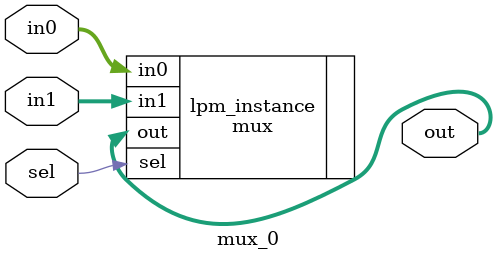
<source format=v>



module mux_0(sel,in0,in1,out);
input sel;
input [15:0] in0;
input [15:0] in1;
output [15:0] out;

mux	lpm_instance(.sel(sel),.in0(in0),.in1(in1),.out(out));

endmodule

</source>
